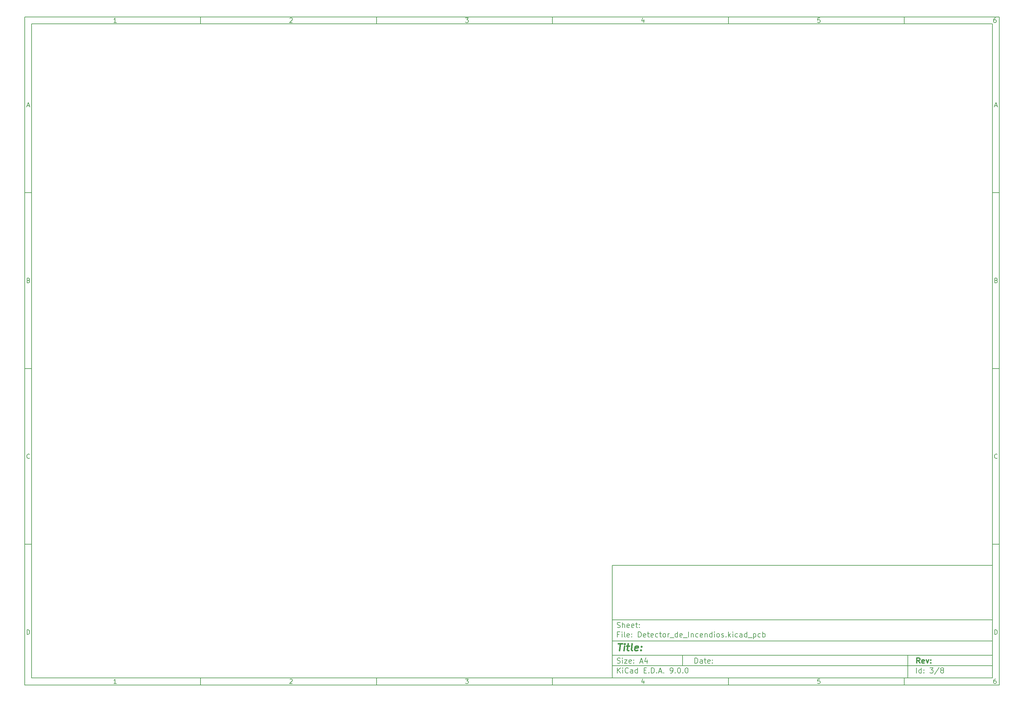
<source format=gbr>
%TF.GenerationSoftware,KiCad,Pcbnew,9.0.0*%
%TF.CreationDate,2025-02-27T14:05:11-05:00*%
%TF.ProjectId,Detector_de_Incendios,44657465-6374-46f7-925f-64655f496e63,rev?*%
%TF.SameCoordinates,Original*%
%TF.FileFunction,Paste,Bot*%
%TF.FilePolarity,Positive*%
%FSLAX46Y46*%
G04 Gerber Fmt 4.6, Leading zero omitted, Abs format (unit mm)*
G04 Created by KiCad (PCBNEW 9.0.0) date 2025-02-27 14:05:11*
%MOMM*%
%LPD*%
G01*
G04 APERTURE LIST*
%ADD10C,0.100000*%
%ADD11C,0.150000*%
%ADD12C,0.300000*%
%ADD13C,0.400000*%
G04 APERTURE END LIST*
D10*
D11*
X177002200Y-166007200D02*
X285002200Y-166007200D01*
X285002200Y-198007200D01*
X177002200Y-198007200D01*
X177002200Y-166007200D01*
D10*
D11*
X10000000Y-10000000D02*
X287002200Y-10000000D01*
X287002200Y-200007200D01*
X10000000Y-200007200D01*
X10000000Y-10000000D01*
D10*
D11*
X12000000Y-12000000D02*
X285002200Y-12000000D01*
X285002200Y-198007200D01*
X12000000Y-198007200D01*
X12000000Y-12000000D01*
D10*
D11*
X60000000Y-12000000D02*
X60000000Y-10000000D01*
D10*
D11*
X110000000Y-12000000D02*
X110000000Y-10000000D01*
D10*
D11*
X160000000Y-12000000D02*
X160000000Y-10000000D01*
D10*
D11*
X210000000Y-12000000D02*
X210000000Y-10000000D01*
D10*
D11*
X260000000Y-12000000D02*
X260000000Y-10000000D01*
D10*
D11*
X36089160Y-11593604D02*
X35346303Y-11593604D01*
X35717731Y-11593604D02*
X35717731Y-10293604D01*
X35717731Y-10293604D02*
X35593922Y-10479319D01*
X35593922Y-10479319D02*
X35470112Y-10603128D01*
X35470112Y-10603128D02*
X35346303Y-10665033D01*
D10*
D11*
X85346303Y-10417414D02*
X85408207Y-10355509D01*
X85408207Y-10355509D02*
X85532017Y-10293604D01*
X85532017Y-10293604D02*
X85841541Y-10293604D01*
X85841541Y-10293604D02*
X85965350Y-10355509D01*
X85965350Y-10355509D02*
X86027255Y-10417414D01*
X86027255Y-10417414D02*
X86089160Y-10541223D01*
X86089160Y-10541223D02*
X86089160Y-10665033D01*
X86089160Y-10665033D02*
X86027255Y-10850747D01*
X86027255Y-10850747D02*
X85284398Y-11593604D01*
X85284398Y-11593604D02*
X86089160Y-11593604D01*
D10*
D11*
X135284398Y-10293604D02*
X136089160Y-10293604D01*
X136089160Y-10293604D02*
X135655826Y-10788842D01*
X135655826Y-10788842D02*
X135841541Y-10788842D01*
X135841541Y-10788842D02*
X135965350Y-10850747D01*
X135965350Y-10850747D02*
X136027255Y-10912652D01*
X136027255Y-10912652D02*
X136089160Y-11036461D01*
X136089160Y-11036461D02*
X136089160Y-11345985D01*
X136089160Y-11345985D02*
X136027255Y-11469795D01*
X136027255Y-11469795D02*
X135965350Y-11531700D01*
X135965350Y-11531700D02*
X135841541Y-11593604D01*
X135841541Y-11593604D02*
X135470112Y-11593604D01*
X135470112Y-11593604D02*
X135346303Y-11531700D01*
X135346303Y-11531700D02*
X135284398Y-11469795D01*
D10*
D11*
X185965350Y-10726938D02*
X185965350Y-11593604D01*
X185655826Y-10231700D02*
X185346303Y-11160271D01*
X185346303Y-11160271D02*
X186151064Y-11160271D01*
D10*
D11*
X236027255Y-10293604D02*
X235408207Y-10293604D01*
X235408207Y-10293604D02*
X235346303Y-10912652D01*
X235346303Y-10912652D02*
X235408207Y-10850747D01*
X235408207Y-10850747D02*
X235532017Y-10788842D01*
X235532017Y-10788842D02*
X235841541Y-10788842D01*
X235841541Y-10788842D02*
X235965350Y-10850747D01*
X235965350Y-10850747D02*
X236027255Y-10912652D01*
X236027255Y-10912652D02*
X236089160Y-11036461D01*
X236089160Y-11036461D02*
X236089160Y-11345985D01*
X236089160Y-11345985D02*
X236027255Y-11469795D01*
X236027255Y-11469795D02*
X235965350Y-11531700D01*
X235965350Y-11531700D02*
X235841541Y-11593604D01*
X235841541Y-11593604D02*
X235532017Y-11593604D01*
X235532017Y-11593604D02*
X235408207Y-11531700D01*
X235408207Y-11531700D02*
X235346303Y-11469795D01*
D10*
D11*
X285965350Y-10293604D02*
X285717731Y-10293604D01*
X285717731Y-10293604D02*
X285593922Y-10355509D01*
X285593922Y-10355509D02*
X285532017Y-10417414D01*
X285532017Y-10417414D02*
X285408207Y-10603128D01*
X285408207Y-10603128D02*
X285346303Y-10850747D01*
X285346303Y-10850747D02*
X285346303Y-11345985D01*
X285346303Y-11345985D02*
X285408207Y-11469795D01*
X285408207Y-11469795D02*
X285470112Y-11531700D01*
X285470112Y-11531700D02*
X285593922Y-11593604D01*
X285593922Y-11593604D02*
X285841541Y-11593604D01*
X285841541Y-11593604D02*
X285965350Y-11531700D01*
X285965350Y-11531700D02*
X286027255Y-11469795D01*
X286027255Y-11469795D02*
X286089160Y-11345985D01*
X286089160Y-11345985D02*
X286089160Y-11036461D01*
X286089160Y-11036461D02*
X286027255Y-10912652D01*
X286027255Y-10912652D02*
X285965350Y-10850747D01*
X285965350Y-10850747D02*
X285841541Y-10788842D01*
X285841541Y-10788842D02*
X285593922Y-10788842D01*
X285593922Y-10788842D02*
X285470112Y-10850747D01*
X285470112Y-10850747D02*
X285408207Y-10912652D01*
X285408207Y-10912652D02*
X285346303Y-11036461D01*
D10*
D11*
X60000000Y-198007200D02*
X60000000Y-200007200D01*
D10*
D11*
X110000000Y-198007200D02*
X110000000Y-200007200D01*
D10*
D11*
X160000000Y-198007200D02*
X160000000Y-200007200D01*
D10*
D11*
X210000000Y-198007200D02*
X210000000Y-200007200D01*
D10*
D11*
X260000000Y-198007200D02*
X260000000Y-200007200D01*
D10*
D11*
X36089160Y-199600804D02*
X35346303Y-199600804D01*
X35717731Y-199600804D02*
X35717731Y-198300804D01*
X35717731Y-198300804D02*
X35593922Y-198486519D01*
X35593922Y-198486519D02*
X35470112Y-198610328D01*
X35470112Y-198610328D02*
X35346303Y-198672233D01*
D10*
D11*
X85346303Y-198424614D02*
X85408207Y-198362709D01*
X85408207Y-198362709D02*
X85532017Y-198300804D01*
X85532017Y-198300804D02*
X85841541Y-198300804D01*
X85841541Y-198300804D02*
X85965350Y-198362709D01*
X85965350Y-198362709D02*
X86027255Y-198424614D01*
X86027255Y-198424614D02*
X86089160Y-198548423D01*
X86089160Y-198548423D02*
X86089160Y-198672233D01*
X86089160Y-198672233D02*
X86027255Y-198857947D01*
X86027255Y-198857947D02*
X85284398Y-199600804D01*
X85284398Y-199600804D02*
X86089160Y-199600804D01*
D10*
D11*
X135284398Y-198300804D02*
X136089160Y-198300804D01*
X136089160Y-198300804D02*
X135655826Y-198796042D01*
X135655826Y-198796042D02*
X135841541Y-198796042D01*
X135841541Y-198796042D02*
X135965350Y-198857947D01*
X135965350Y-198857947D02*
X136027255Y-198919852D01*
X136027255Y-198919852D02*
X136089160Y-199043661D01*
X136089160Y-199043661D02*
X136089160Y-199353185D01*
X136089160Y-199353185D02*
X136027255Y-199476995D01*
X136027255Y-199476995D02*
X135965350Y-199538900D01*
X135965350Y-199538900D02*
X135841541Y-199600804D01*
X135841541Y-199600804D02*
X135470112Y-199600804D01*
X135470112Y-199600804D02*
X135346303Y-199538900D01*
X135346303Y-199538900D02*
X135284398Y-199476995D01*
D10*
D11*
X185965350Y-198734138D02*
X185965350Y-199600804D01*
X185655826Y-198238900D02*
X185346303Y-199167471D01*
X185346303Y-199167471D02*
X186151064Y-199167471D01*
D10*
D11*
X236027255Y-198300804D02*
X235408207Y-198300804D01*
X235408207Y-198300804D02*
X235346303Y-198919852D01*
X235346303Y-198919852D02*
X235408207Y-198857947D01*
X235408207Y-198857947D02*
X235532017Y-198796042D01*
X235532017Y-198796042D02*
X235841541Y-198796042D01*
X235841541Y-198796042D02*
X235965350Y-198857947D01*
X235965350Y-198857947D02*
X236027255Y-198919852D01*
X236027255Y-198919852D02*
X236089160Y-199043661D01*
X236089160Y-199043661D02*
X236089160Y-199353185D01*
X236089160Y-199353185D02*
X236027255Y-199476995D01*
X236027255Y-199476995D02*
X235965350Y-199538900D01*
X235965350Y-199538900D02*
X235841541Y-199600804D01*
X235841541Y-199600804D02*
X235532017Y-199600804D01*
X235532017Y-199600804D02*
X235408207Y-199538900D01*
X235408207Y-199538900D02*
X235346303Y-199476995D01*
D10*
D11*
X285965350Y-198300804D02*
X285717731Y-198300804D01*
X285717731Y-198300804D02*
X285593922Y-198362709D01*
X285593922Y-198362709D02*
X285532017Y-198424614D01*
X285532017Y-198424614D02*
X285408207Y-198610328D01*
X285408207Y-198610328D02*
X285346303Y-198857947D01*
X285346303Y-198857947D02*
X285346303Y-199353185D01*
X285346303Y-199353185D02*
X285408207Y-199476995D01*
X285408207Y-199476995D02*
X285470112Y-199538900D01*
X285470112Y-199538900D02*
X285593922Y-199600804D01*
X285593922Y-199600804D02*
X285841541Y-199600804D01*
X285841541Y-199600804D02*
X285965350Y-199538900D01*
X285965350Y-199538900D02*
X286027255Y-199476995D01*
X286027255Y-199476995D02*
X286089160Y-199353185D01*
X286089160Y-199353185D02*
X286089160Y-199043661D01*
X286089160Y-199043661D02*
X286027255Y-198919852D01*
X286027255Y-198919852D02*
X285965350Y-198857947D01*
X285965350Y-198857947D02*
X285841541Y-198796042D01*
X285841541Y-198796042D02*
X285593922Y-198796042D01*
X285593922Y-198796042D02*
X285470112Y-198857947D01*
X285470112Y-198857947D02*
X285408207Y-198919852D01*
X285408207Y-198919852D02*
X285346303Y-199043661D01*
D10*
D11*
X10000000Y-60000000D02*
X12000000Y-60000000D01*
D10*
D11*
X10000000Y-110000000D02*
X12000000Y-110000000D01*
D10*
D11*
X10000000Y-160000000D02*
X12000000Y-160000000D01*
D10*
D11*
X10690476Y-35222176D02*
X11309523Y-35222176D01*
X10566666Y-35593604D02*
X10999999Y-34293604D01*
X10999999Y-34293604D02*
X11433333Y-35593604D01*
D10*
D11*
X11092857Y-84912652D02*
X11278571Y-84974557D01*
X11278571Y-84974557D02*
X11340476Y-85036461D01*
X11340476Y-85036461D02*
X11402380Y-85160271D01*
X11402380Y-85160271D02*
X11402380Y-85345985D01*
X11402380Y-85345985D02*
X11340476Y-85469795D01*
X11340476Y-85469795D02*
X11278571Y-85531700D01*
X11278571Y-85531700D02*
X11154761Y-85593604D01*
X11154761Y-85593604D02*
X10659523Y-85593604D01*
X10659523Y-85593604D02*
X10659523Y-84293604D01*
X10659523Y-84293604D02*
X11092857Y-84293604D01*
X11092857Y-84293604D02*
X11216666Y-84355509D01*
X11216666Y-84355509D02*
X11278571Y-84417414D01*
X11278571Y-84417414D02*
X11340476Y-84541223D01*
X11340476Y-84541223D02*
X11340476Y-84665033D01*
X11340476Y-84665033D02*
X11278571Y-84788842D01*
X11278571Y-84788842D02*
X11216666Y-84850747D01*
X11216666Y-84850747D02*
X11092857Y-84912652D01*
X11092857Y-84912652D02*
X10659523Y-84912652D01*
D10*
D11*
X11402380Y-135469795D02*
X11340476Y-135531700D01*
X11340476Y-135531700D02*
X11154761Y-135593604D01*
X11154761Y-135593604D02*
X11030952Y-135593604D01*
X11030952Y-135593604D02*
X10845238Y-135531700D01*
X10845238Y-135531700D02*
X10721428Y-135407890D01*
X10721428Y-135407890D02*
X10659523Y-135284080D01*
X10659523Y-135284080D02*
X10597619Y-135036461D01*
X10597619Y-135036461D02*
X10597619Y-134850747D01*
X10597619Y-134850747D02*
X10659523Y-134603128D01*
X10659523Y-134603128D02*
X10721428Y-134479319D01*
X10721428Y-134479319D02*
X10845238Y-134355509D01*
X10845238Y-134355509D02*
X11030952Y-134293604D01*
X11030952Y-134293604D02*
X11154761Y-134293604D01*
X11154761Y-134293604D02*
X11340476Y-134355509D01*
X11340476Y-134355509D02*
X11402380Y-134417414D01*
D10*
D11*
X10659523Y-185593604D02*
X10659523Y-184293604D01*
X10659523Y-184293604D02*
X10969047Y-184293604D01*
X10969047Y-184293604D02*
X11154761Y-184355509D01*
X11154761Y-184355509D02*
X11278571Y-184479319D01*
X11278571Y-184479319D02*
X11340476Y-184603128D01*
X11340476Y-184603128D02*
X11402380Y-184850747D01*
X11402380Y-184850747D02*
X11402380Y-185036461D01*
X11402380Y-185036461D02*
X11340476Y-185284080D01*
X11340476Y-185284080D02*
X11278571Y-185407890D01*
X11278571Y-185407890D02*
X11154761Y-185531700D01*
X11154761Y-185531700D02*
X10969047Y-185593604D01*
X10969047Y-185593604D02*
X10659523Y-185593604D01*
D10*
D11*
X287002200Y-60000000D02*
X285002200Y-60000000D01*
D10*
D11*
X287002200Y-110000000D02*
X285002200Y-110000000D01*
D10*
D11*
X287002200Y-160000000D02*
X285002200Y-160000000D01*
D10*
D11*
X285692676Y-35222176D02*
X286311723Y-35222176D01*
X285568866Y-35593604D02*
X286002199Y-34293604D01*
X286002199Y-34293604D02*
X286435533Y-35593604D01*
D10*
D11*
X286095057Y-84912652D02*
X286280771Y-84974557D01*
X286280771Y-84974557D02*
X286342676Y-85036461D01*
X286342676Y-85036461D02*
X286404580Y-85160271D01*
X286404580Y-85160271D02*
X286404580Y-85345985D01*
X286404580Y-85345985D02*
X286342676Y-85469795D01*
X286342676Y-85469795D02*
X286280771Y-85531700D01*
X286280771Y-85531700D02*
X286156961Y-85593604D01*
X286156961Y-85593604D02*
X285661723Y-85593604D01*
X285661723Y-85593604D02*
X285661723Y-84293604D01*
X285661723Y-84293604D02*
X286095057Y-84293604D01*
X286095057Y-84293604D02*
X286218866Y-84355509D01*
X286218866Y-84355509D02*
X286280771Y-84417414D01*
X286280771Y-84417414D02*
X286342676Y-84541223D01*
X286342676Y-84541223D02*
X286342676Y-84665033D01*
X286342676Y-84665033D02*
X286280771Y-84788842D01*
X286280771Y-84788842D02*
X286218866Y-84850747D01*
X286218866Y-84850747D02*
X286095057Y-84912652D01*
X286095057Y-84912652D02*
X285661723Y-84912652D01*
D10*
D11*
X286404580Y-135469795D02*
X286342676Y-135531700D01*
X286342676Y-135531700D02*
X286156961Y-135593604D01*
X286156961Y-135593604D02*
X286033152Y-135593604D01*
X286033152Y-135593604D02*
X285847438Y-135531700D01*
X285847438Y-135531700D02*
X285723628Y-135407890D01*
X285723628Y-135407890D02*
X285661723Y-135284080D01*
X285661723Y-135284080D02*
X285599819Y-135036461D01*
X285599819Y-135036461D02*
X285599819Y-134850747D01*
X285599819Y-134850747D02*
X285661723Y-134603128D01*
X285661723Y-134603128D02*
X285723628Y-134479319D01*
X285723628Y-134479319D02*
X285847438Y-134355509D01*
X285847438Y-134355509D02*
X286033152Y-134293604D01*
X286033152Y-134293604D02*
X286156961Y-134293604D01*
X286156961Y-134293604D02*
X286342676Y-134355509D01*
X286342676Y-134355509D02*
X286404580Y-134417414D01*
D10*
D11*
X285661723Y-185593604D02*
X285661723Y-184293604D01*
X285661723Y-184293604D02*
X285971247Y-184293604D01*
X285971247Y-184293604D02*
X286156961Y-184355509D01*
X286156961Y-184355509D02*
X286280771Y-184479319D01*
X286280771Y-184479319D02*
X286342676Y-184603128D01*
X286342676Y-184603128D02*
X286404580Y-184850747D01*
X286404580Y-184850747D02*
X286404580Y-185036461D01*
X286404580Y-185036461D02*
X286342676Y-185284080D01*
X286342676Y-185284080D02*
X286280771Y-185407890D01*
X286280771Y-185407890D02*
X286156961Y-185531700D01*
X286156961Y-185531700D02*
X285971247Y-185593604D01*
X285971247Y-185593604D02*
X285661723Y-185593604D01*
D10*
D11*
X200458026Y-193793328D02*
X200458026Y-192293328D01*
X200458026Y-192293328D02*
X200815169Y-192293328D01*
X200815169Y-192293328D02*
X201029455Y-192364757D01*
X201029455Y-192364757D02*
X201172312Y-192507614D01*
X201172312Y-192507614D02*
X201243741Y-192650471D01*
X201243741Y-192650471D02*
X201315169Y-192936185D01*
X201315169Y-192936185D02*
X201315169Y-193150471D01*
X201315169Y-193150471D02*
X201243741Y-193436185D01*
X201243741Y-193436185D02*
X201172312Y-193579042D01*
X201172312Y-193579042D02*
X201029455Y-193721900D01*
X201029455Y-193721900D02*
X200815169Y-193793328D01*
X200815169Y-193793328D02*
X200458026Y-193793328D01*
X202600884Y-193793328D02*
X202600884Y-193007614D01*
X202600884Y-193007614D02*
X202529455Y-192864757D01*
X202529455Y-192864757D02*
X202386598Y-192793328D01*
X202386598Y-192793328D02*
X202100884Y-192793328D01*
X202100884Y-192793328D02*
X201958026Y-192864757D01*
X202600884Y-193721900D02*
X202458026Y-193793328D01*
X202458026Y-193793328D02*
X202100884Y-193793328D01*
X202100884Y-193793328D02*
X201958026Y-193721900D01*
X201958026Y-193721900D02*
X201886598Y-193579042D01*
X201886598Y-193579042D02*
X201886598Y-193436185D01*
X201886598Y-193436185D02*
X201958026Y-193293328D01*
X201958026Y-193293328D02*
X202100884Y-193221900D01*
X202100884Y-193221900D02*
X202458026Y-193221900D01*
X202458026Y-193221900D02*
X202600884Y-193150471D01*
X203100884Y-192793328D02*
X203672312Y-192793328D01*
X203315169Y-192293328D02*
X203315169Y-193579042D01*
X203315169Y-193579042D02*
X203386598Y-193721900D01*
X203386598Y-193721900D02*
X203529455Y-193793328D01*
X203529455Y-193793328D02*
X203672312Y-193793328D01*
X204743741Y-193721900D02*
X204600884Y-193793328D01*
X204600884Y-193793328D02*
X204315170Y-193793328D01*
X204315170Y-193793328D02*
X204172312Y-193721900D01*
X204172312Y-193721900D02*
X204100884Y-193579042D01*
X204100884Y-193579042D02*
X204100884Y-193007614D01*
X204100884Y-193007614D02*
X204172312Y-192864757D01*
X204172312Y-192864757D02*
X204315170Y-192793328D01*
X204315170Y-192793328D02*
X204600884Y-192793328D01*
X204600884Y-192793328D02*
X204743741Y-192864757D01*
X204743741Y-192864757D02*
X204815170Y-193007614D01*
X204815170Y-193007614D02*
X204815170Y-193150471D01*
X204815170Y-193150471D02*
X204100884Y-193293328D01*
X205458026Y-193650471D02*
X205529455Y-193721900D01*
X205529455Y-193721900D02*
X205458026Y-193793328D01*
X205458026Y-193793328D02*
X205386598Y-193721900D01*
X205386598Y-193721900D02*
X205458026Y-193650471D01*
X205458026Y-193650471D02*
X205458026Y-193793328D01*
X205458026Y-192864757D02*
X205529455Y-192936185D01*
X205529455Y-192936185D02*
X205458026Y-193007614D01*
X205458026Y-193007614D02*
X205386598Y-192936185D01*
X205386598Y-192936185D02*
X205458026Y-192864757D01*
X205458026Y-192864757D02*
X205458026Y-193007614D01*
D10*
D11*
X177002200Y-194507200D02*
X285002200Y-194507200D01*
D10*
D11*
X178458026Y-196593328D02*
X178458026Y-195093328D01*
X179315169Y-196593328D02*
X178672312Y-195736185D01*
X179315169Y-195093328D02*
X178458026Y-195950471D01*
X179958026Y-196593328D02*
X179958026Y-195593328D01*
X179958026Y-195093328D02*
X179886598Y-195164757D01*
X179886598Y-195164757D02*
X179958026Y-195236185D01*
X179958026Y-195236185D02*
X180029455Y-195164757D01*
X180029455Y-195164757D02*
X179958026Y-195093328D01*
X179958026Y-195093328D02*
X179958026Y-195236185D01*
X181529455Y-196450471D02*
X181458027Y-196521900D01*
X181458027Y-196521900D02*
X181243741Y-196593328D01*
X181243741Y-196593328D02*
X181100884Y-196593328D01*
X181100884Y-196593328D02*
X180886598Y-196521900D01*
X180886598Y-196521900D02*
X180743741Y-196379042D01*
X180743741Y-196379042D02*
X180672312Y-196236185D01*
X180672312Y-196236185D02*
X180600884Y-195950471D01*
X180600884Y-195950471D02*
X180600884Y-195736185D01*
X180600884Y-195736185D02*
X180672312Y-195450471D01*
X180672312Y-195450471D02*
X180743741Y-195307614D01*
X180743741Y-195307614D02*
X180886598Y-195164757D01*
X180886598Y-195164757D02*
X181100884Y-195093328D01*
X181100884Y-195093328D02*
X181243741Y-195093328D01*
X181243741Y-195093328D02*
X181458027Y-195164757D01*
X181458027Y-195164757D02*
X181529455Y-195236185D01*
X182815170Y-196593328D02*
X182815170Y-195807614D01*
X182815170Y-195807614D02*
X182743741Y-195664757D01*
X182743741Y-195664757D02*
X182600884Y-195593328D01*
X182600884Y-195593328D02*
X182315170Y-195593328D01*
X182315170Y-195593328D02*
X182172312Y-195664757D01*
X182815170Y-196521900D02*
X182672312Y-196593328D01*
X182672312Y-196593328D02*
X182315170Y-196593328D01*
X182315170Y-196593328D02*
X182172312Y-196521900D01*
X182172312Y-196521900D02*
X182100884Y-196379042D01*
X182100884Y-196379042D02*
X182100884Y-196236185D01*
X182100884Y-196236185D02*
X182172312Y-196093328D01*
X182172312Y-196093328D02*
X182315170Y-196021900D01*
X182315170Y-196021900D02*
X182672312Y-196021900D01*
X182672312Y-196021900D02*
X182815170Y-195950471D01*
X184172313Y-196593328D02*
X184172313Y-195093328D01*
X184172313Y-196521900D02*
X184029455Y-196593328D01*
X184029455Y-196593328D02*
X183743741Y-196593328D01*
X183743741Y-196593328D02*
X183600884Y-196521900D01*
X183600884Y-196521900D02*
X183529455Y-196450471D01*
X183529455Y-196450471D02*
X183458027Y-196307614D01*
X183458027Y-196307614D02*
X183458027Y-195879042D01*
X183458027Y-195879042D02*
X183529455Y-195736185D01*
X183529455Y-195736185D02*
X183600884Y-195664757D01*
X183600884Y-195664757D02*
X183743741Y-195593328D01*
X183743741Y-195593328D02*
X184029455Y-195593328D01*
X184029455Y-195593328D02*
X184172313Y-195664757D01*
X186029455Y-195807614D02*
X186529455Y-195807614D01*
X186743741Y-196593328D02*
X186029455Y-196593328D01*
X186029455Y-196593328D02*
X186029455Y-195093328D01*
X186029455Y-195093328D02*
X186743741Y-195093328D01*
X187386598Y-196450471D02*
X187458027Y-196521900D01*
X187458027Y-196521900D02*
X187386598Y-196593328D01*
X187386598Y-196593328D02*
X187315170Y-196521900D01*
X187315170Y-196521900D02*
X187386598Y-196450471D01*
X187386598Y-196450471D02*
X187386598Y-196593328D01*
X188100884Y-196593328D02*
X188100884Y-195093328D01*
X188100884Y-195093328D02*
X188458027Y-195093328D01*
X188458027Y-195093328D02*
X188672313Y-195164757D01*
X188672313Y-195164757D02*
X188815170Y-195307614D01*
X188815170Y-195307614D02*
X188886599Y-195450471D01*
X188886599Y-195450471D02*
X188958027Y-195736185D01*
X188958027Y-195736185D02*
X188958027Y-195950471D01*
X188958027Y-195950471D02*
X188886599Y-196236185D01*
X188886599Y-196236185D02*
X188815170Y-196379042D01*
X188815170Y-196379042D02*
X188672313Y-196521900D01*
X188672313Y-196521900D02*
X188458027Y-196593328D01*
X188458027Y-196593328D02*
X188100884Y-196593328D01*
X189600884Y-196450471D02*
X189672313Y-196521900D01*
X189672313Y-196521900D02*
X189600884Y-196593328D01*
X189600884Y-196593328D02*
X189529456Y-196521900D01*
X189529456Y-196521900D02*
X189600884Y-196450471D01*
X189600884Y-196450471D02*
X189600884Y-196593328D01*
X190243742Y-196164757D02*
X190958028Y-196164757D01*
X190100885Y-196593328D02*
X190600885Y-195093328D01*
X190600885Y-195093328D02*
X191100885Y-196593328D01*
X191600884Y-196450471D02*
X191672313Y-196521900D01*
X191672313Y-196521900D02*
X191600884Y-196593328D01*
X191600884Y-196593328D02*
X191529456Y-196521900D01*
X191529456Y-196521900D02*
X191600884Y-196450471D01*
X191600884Y-196450471D02*
X191600884Y-196593328D01*
X193529456Y-196593328D02*
X193815170Y-196593328D01*
X193815170Y-196593328D02*
X193958027Y-196521900D01*
X193958027Y-196521900D02*
X194029456Y-196450471D01*
X194029456Y-196450471D02*
X194172313Y-196236185D01*
X194172313Y-196236185D02*
X194243742Y-195950471D01*
X194243742Y-195950471D02*
X194243742Y-195379042D01*
X194243742Y-195379042D02*
X194172313Y-195236185D01*
X194172313Y-195236185D02*
X194100885Y-195164757D01*
X194100885Y-195164757D02*
X193958027Y-195093328D01*
X193958027Y-195093328D02*
X193672313Y-195093328D01*
X193672313Y-195093328D02*
X193529456Y-195164757D01*
X193529456Y-195164757D02*
X193458027Y-195236185D01*
X193458027Y-195236185D02*
X193386599Y-195379042D01*
X193386599Y-195379042D02*
X193386599Y-195736185D01*
X193386599Y-195736185D02*
X193458027Y-195879042D01*
X193458027Y-195879042D02*
X193529456Y-195950471D01*
X193529456Y-195950471D02*
X193672313Y-196021900D01*
X193672313Y-196021900D02*
X193958027Y-196021900D01*
X193958027Y-196021900D02*
X194100885Y-195950471D01*
X194100885Y-195950471D02*
X194172313Y-195879042D01*
X194172313Y-195879042D02*
X194243742Y-195736185D01*
X194886598Y-196450471D02*
X194958027Y-196521900D01*
X194958027Y-196521900D02*
X194886598Y-196593328D01*
X194886598Y-196593328D02*
X194815170Y-196521900D01*
X194815170Y-196521900D02*
X194886598Y-196450471D01*
X194886598Y-196450471D02*
X194886598Y-196593328D01*
X195886599Y-195093328D02*
X196029456Y-195093328D01*
X196029456Y-195093328D02*
X196172313Y-195164757D01*
X196172313Y-195164757D02*
X196243742Y-195236185D01*
X196243742Y-195236185D02*
X196315170Y-195379042D01*
X196315170Y-195379042D02*
X196386599Y-195664757D01*
X196386599Y-195664757D02*
X196386599Y-196021900D01*
X196386599Y-196021900D02*
X196315170Y-196307614D01*
X196315170Y-196307614D02*
X196243742Y-196450471D01*
X196243742Y-196450471D02*
X196172313Y-196521900D01*
X196172313Y-196521900D02*
X196029456Y-196593328D01*
X196029456Y-196593328D02*
X195886599Y-196593328D01*
X195886599Y-196593328D02*
X195743742Y-196521900D01*
X195743742Y-196521900D02*
X195672313Y-196450471D01*
X195672313Y-196450471D02*
X195600884Y-196307614D01*
X195600884Y-196307614D02*
X195529456Y-196021900D01*
X195529456Y-196021900D02*
X195529456Y-195664757D01*
X195529456Y-195664757D02*
X195600884Y-195379042D01*
X195600884Y-195379042D02*
X195672313Y-195236185D01*
X195672313Y-195236185D02*
X195743742Y-195164757D01*
X195743742Y-195164757D02*
X195886599Y-195093328D01*
X197029455Y-196450471D02*
X197100884Y-196521900D01*
X197100884Y-196521900D02*
X197029455Y-196593328D01*
X197029455Y-196593328D02*
X196958027Y-196521900D01*
X196958027Y-196521900D02*
X197029455Y-196450471D01*
X197029455Y-196450471D02*
X197029455Y-196593328D01*
X198029456Y-195093328D02*
X198172313Y-195093328D01*
X198172313Y-195093328D02*
X198315170Y-195164757D01*
X198315170Y-195164757D02*
X198386599Y-195236185D01*
X198386599Y-195236185D02*
X198458027Y-195379042D01*
X198458027Y-195379042D02*
X198529456Y-195664757D01*
X198529456Y-195664757D02*
X198529456Y-196021900D01*
X198529456Y-196021900D02*
X198458027Y-196307614D01*
X198458027Y-196307614D02*
X198386599Y-196450471D01*
X198386599Y-196450471D02*
X198315170Y-196521900D01*
X198315170Y-196521900D02*
X198172313Y-196593328D01*
X198172313Y-196593328D02*
X198029456Y-196593328D01*
X198029456Y-196593328D02*
X197886599Y-196521900D01*
X197886599Y-196521900D02*
X197815170Y-196450471D01*
X197815170Y-196450471D02*
X197743741Y-196307614D01*
X197743741Y-196307614D02*
X197672313Y-196021900D01*
X197672313Y-196021900D02*
X197672313Y-195664757D01*
X197672313Y-195664757D02*
X197743741Y-195379042D01*
X197743741Y-195379042D02*
X197815170Y-195236185D01*
X197815170Y-195236185D02*
X197886599Y-195164757D01*
X197886599Y-195164757D02*
X198029456Y-195093328D01*
D10*
D11*
X177002200Y-191507200D02*
X285002200Y-191507200D01*
D10*
D12*
X264413853Y-193785528D02*
X263913853Y-193071242D01*
X263556710Y-193785528D02*
X263556710Y-192285528D01*
X263556710Y-192285528D02*
X264128139Y-192285528D01*
X264128139Y-192285528D02*
X264270996Y-192356957D01*
X264270996Y-192356957D02*
X264342425Y-192428385D01*
X264342425Y-192428385D02*
X264413853Y-192571242D01*
X264413853Y-192571242D02*
X264413853Y-192785528D01*
X264413853Y-192785528D02*
X264342425Y-192928385D01*
X264342425Y-192928385D02*
X264270996Y-192999814D01*
X264270996Y-192999814D02*
X264128139Y-193071242D01*
X264128139Y-193071242D02*
X263556710Y-193071242D01*
X265628139Y-193714100D02*
X265485282Y-193785528D01*
X265485282Y-193785528D02*
X265199568Y-193785528D01*
X265199568Y-193785528D02*
X265056710Y-193714100D01*
X265056710Y-193714100D02*
X264985282Y-193571242D01*
X264985282Y-193571242D02*
X264985282Y-192999814D01*
X264985282Y-192999814D02*
X265056710Y-192856957D01*
X265056710Y-192856957D02*
X265199568Y-192785528D01*
X265199568Y-192785528D02*
X265485282Y-192785528D01*
X265485282Y-192785528D02*
X265628139Y-192856957D01*
X265628139Y-192856957D02*
X265699568Y-192999814D01*
X265699568Y-192999814D02*
X265699568Y-193142671D01*
X265699568Y-193142671D02*
X264985282Y-193285528D01*
X266199567Y-192785528D02*
X266556710Y-193785528D01*
X266556710Y-193785528D02*
X266913853Y-192785528D01*
X267485281Y-193642671D02*
X267556710Y-193714100D01*
X267556710Y-193714100D02*
X267485281Y-193785528D01*
X267485281Y-193785528D02*
X267413853Y-193714100D01*
X267413853Y-193714100D02*
X267485281Y-193642671D01*
X267485281Y-193642671D02*
X267485281Y-193785528D01*
X267485281Y-192856957D02*
X267556710Y-192928385D01*
X267556710Y-192928385D02*
X267485281Y-192999814D01*
X267485281Y-192999814D02*
X267413853Y-192928385D01*
X267413853Y-192928385D02*
X267485281Y-192856957D01*
X267485281Y-192856957D02*
X267485281Y-192999814D01*
D10*
D11*
X178386598Y-193721900D02*
X178600884Y-193793328D01*
X178600884Y-193793328D02*
X178958026Y-193793328D01*
X178958026Y-193793328D02*
X179100884Y-193721900D01*
X179100884Y-193721900D02*
X179172312Y-193650471D01*
X179172312Y-193650471D02*
X179243741Y-193507614D01*
X179243741Y-193507614D02*
X179243741Y-193364757D01*
X179243741Y-193364757D02*
X179172312Y-193221900D01*
X179172312Y-193221900D02*
X179100884Y-193150471D01*
X179100884Y-193150471D02*
X178958026Y-193079042D01*
X178958026Y-193079042D02*
X178672312Y-193007614D01*
X178672312Y-193007614D02*
X178529455Y-192936185D01*
X178529455Y-192936185D02*
X178458026Y-192864757D01*
X178458026Y-192864757D02*
X178386598Y-192721900D01*
X178386598Y-192721900D02*
X178386598Y-192579042D01*
X178386598Y-192579042D02*
X178458026Y-192436185D01*
X178458026Y-192436185D02*
X178529455Y-192364757D01*
X178529455Y-192364757D02*
X178672312Y-192293328D01*
X178672312Y-192293328D02*
X179029455Y-192293328D01*
X179029455Y-192293328D02*
X179243741Y-192364757D01*
X179886597Y-193793328D02*
X179886597Y-192793328D01*
X179886597Y-192293328D02*
X179815169Y-192364757D01*
X179815169Y-192364757D02*
X179886597Y-192436185D01*
X179886597Y-192436185D02*
X179958026Y-192364757D01*
X179958026Y-192364757D02*
X179886597Y-192293328D01*
X179886597Y-192293328D02*
X179886597Y-192436185D01*
X180458026Y-192793328D02*
X181243741Y-192793328D01*
X181243741Y-192793328D02*
X180458026Y-193793328D01*
X180458026Y-193793328D02*
X181243741Y-193793328D01*
X182386598Y-193721900D02*
X182243741Y-193793328D01*
X182243741Y-193793328D02*
X181958027Y-193793328D01*
X181958027Y-193793328D02*
X181815169Y-193721900D01*
X181815169Y-193721900D02*
X181743741Y-193579042D01*
X181743741Y-193579042D02*
X181743741Y-193007614D01*
X181743741Y-193007614D02*
X181815169Y-192864757D01*
X181815169Y-192864757D02*
X181958027Y-192793328D01*
X181958027Y-192793328D02*
X182243741Y-192793328D01*
X182243741Y-192793328D02*
X182386598Y-192864757D01*
X182386598Y-192864757D02*
X182458027Y-193007614D01*
X182458027Y-193007614D02*
X182458027Y-193150471D01*
X182458027Y-193150471D02*
X181743741Y-193293328D01*
X183100883Y-193650471D02*
X183172312Y-193721900D01*
X183172312Y-193721900D02*
X183100883Y-193793328D01*
X183100883Y-193793328D02*
X183029455Y-193721900D01*
X183029455Y-193721900D02*
X183100883Y-193650471D01*
X183100883Y-193650471D02*
X183100883Y-193793328D01*
X183100883Y-192864757D02*
X183172312Y-192936185D01*
X183172312Y-192936185D02*
X183100883Y-193007614D01*
X183100883Y-193007614D02*
X183029455Y-192936185D01*
X183029455Y-192936185D02*
X183100883Y-192864757D01*
X183100883Y-192864757D02*
X183100883Y-193007614D01*
X184886598Y-193364757D02*
X185600884Y-193364757D01*
X184743741Y-193793328D02*
X185243741Y-192293328D01*
X185243741Y-192293328D02*
X185743741Y-193793328D01*
X186886598Y-192793328D02*
X186886598Y-193793328D01*
X186529455Y-192221900D02*
X186172312Y-193293328D01*
X186172312Y-193293328D02*
X187100883Y-193293328D01*
D10*
D11*
X263458026Y-196593328D02*
X263458026Y-195093328D01*
X264815170Y-196593328D02*
X264815170Y-195093328D01*
X264815170Y-196521900D02*
X264672312Y-196593328D01*
X264672312Y-196593328D02*
X264386598Y-196593328D01*
X264386598Y-196593328D02*
X264243741Y-196521900D01*
X264243741Y-196521900D02*
X264172312Y-196450471D01*
X264172312Y-196450471D02*
X264100884Y-196307614D01*
X264100884Y-196307614D02*
X264100884Y-195879042D01*
X264100884Y-195879042D02*
X264172312Y-195736185D01*
X264172312Y-195736185D02*
X264243741Y-195664757D01*
X264243741Y-195664757D02*
X264386598Y-195593328D01*
X264386598Y-195593328D02*
X264672312Y-195593328D01*
X264672312Y-195593328D02*
X264815170Y-195664757D01*
X265529455Y-196450471D02*
X265600884Y-196521900D01*
X265600884Y-196521900D02*
X265529455Y-196593328D01*
X265529455Y-196593328D02*
X265458027Y-196521900D01*
X265458027Y-196521900D02*
X265529455Y-196450471D01*
X265529455Y-196450471D02*
X265529455Y-196593328D01*
X265529455Y-195664757D02*
X265600884Y-195736185D01*
X265600884Y-195736185D02*
X265529455Y-195807614D01*
X265529455Y-195807614D02*
X265458027Y-195736185D01*
X265458027Y-195736185D02*
X265529455Y-195664757D01*
X265529455Y-195664757D02*
X265529455Y-195807614D01*
X267243741Y-195093328D02*
X268172313Y-195093328D01*
X268172313Y-195093328D02*
X267672313Y-195664757D01*
X267672313Y-195664757D02*
X267886598Y-195664757D01*
X267886598Y-195664757D02*
X268029456Y-195736185D01*
X268029456Y-195736185D02*
X268100884Y-195807614D01*
X268100884Y-195807614D02*
X268172313Y-195950471D01*
X268172313Y-195950471D02*
X268172313Y-196307614D01*
X268172313Y-196307614D02*
X268100884Y-196450471D01*
X268100884Y-196450471D02*
X268029456Y-196521900D01*
X268029456Y-196521900D02*
X267886598Y-196593328D01*
X267886598Y-196593328D02*
X267458027Y-196593328D01*
X267458027Y-196593328D02*
X267315170Y-196521900D01*
X267315170Y-196521900D02*
X267243741Y-196450471D01*
X269886598Y-195021900D02*
X268600884Y-196950471D01*
X270600884Y-195736185D02*
X270458027Y-195664757D01*
X270458027Y-195664757D02*
X270386598Y-195593328D01*
X270386598Y-195593328D02*
X270315170Y-195450471D01*
X270315170Y-195450471D02*
X270315170Y-195379042D01*
X270315170Y-195379042D02*
X270386598Y-195236185D01*
X270386598Y-195236185D02*
X270458027Y-195164757D01*
X270458027Y-195164757D02*
X270600884Y-195093328D01*
X270600884Y-195093328D02*
X270886598Y-195093328D01*
X270886598Y-195093328D02*
X271029456Y-195164757D01*
X271029456Y-195164757D02*
X271100884Y-195236185D01*
X271100884Y-195236185D02*
X271172313Y-195379042D01*
X271172313Y-195379042D02*
X271172313Y-195450471D01*
X271172313Y-195450471D02*
X271100884Y-195593328D01*
X271100884Y-195593328D02*
X271029456Y-195664757D01*
X271029456Y-195664757D02*
X270886598Y-195736185D01*
X270886598Y-195736185D02*
X270600884Y-195736185D01*
X270600884Y-195736185D02*
X270458027Y-195807614D01*
X270458027Y-195807614D02*
X270386598Y-195879042D01*
X270386598Y-195879042D02*
X270315170Y-196021900D01*
X270315170Y-196021900D02*
X270315170Y-196307614D01*
X270315170Y-196307614D02*
X270386598Y-196450471D01*
X270386598Y-196450471D02*
X270458027Y-196521900D01*
X270458027Y-196521900D02*
X270600884Y-196593328D01*
X270600884Y-196593328D02*
X270886598Y-196593328D01*
X270886598Y-196593328D02*
X271029456Y-196521900D01*
X271029456Y-196521900D02*
X271100884Y-196450471D01*
X271100884Y-196450471D02*
X271172313Y-196307614D01*
X271172313Y-196307614D02*
X271172313Y-196021900D01*
X271172313Y-196021900D02*
X271100884Y-195879042D01*
X271100884Y-195879042D02*
X271029456Y-195807614D01*
X271029456Y-195807614D02*
X270886598Y-195736185D01*
D10*
D11*
X177002200Y-187507200D02*
X285002200Y-187507200D01*
D10*
D13*
X178693928Y-188211638D02*
X179836785Y-188211638D01*
X179015357Y-190211638D02*
X179265357Y-188211638D01*
X180253452Y-190211638D02*
X180420119Y-188878304D01*
X180503452Y-188211638D02*
X180396309Y-188306876D01*
X180396309Y-188306876D02*
X180479643Y-188402114D01*
X180479643Y-188402114D02*
X180586786Y-188306876D01*
X180586786Y-188306876D02*
X180503452Y-188211638D01*
X180503452Y-188211638D02*
X180479643Y-188402114D01*
X181086786Y-188878304D02*
X181848690Y-188878304D01*
X181455833Y-188211638D02*
X181241548Y-189925923D01*
X181241548Y-189925923D02*
X181312976Y-190116400D01*
X181312976Y-190116400D02*
X181491548Y-190211638D01*
X181491548Y-190211638D02*
X181682024Y-190211638D01*
X182634405Y-190211638D02*
X182455833Y-190116400D01*
X182455833Y-190116400D02*
X182384405Y-189925923D01*
X182384405Y-189925923D02*
X182598690Y-188211638D01*
X184170119Y-190116400D02*
X183967738Y-190211638D01*
X183967738Y-190211638D02*
X183586785Y-190211638D01*
X183586785Y-190211638D02*
X183408214Y-190116400D01*
X183408214Y-190116400D02*
X183336785Y-189925923D01*
X183336785Y-189925923D02*
X183432024Y-189164019D01*
X183432024Y-189164019D02*
X183551071Y-188973542D01*
X183551071Y-188973542D02*
X183753452Y-188878304D01*
X183753452Y-188878304D02*
X184134404Y-188878304D01*
X184134404Y-188878304D02*
X184312976Y-188973542D01*
X184312976Y-188973542D02*
X184384404Y-189164019D01*
X184384404Y-189164019D02*
X184360595Y-189354495D01*
X184360595Y-189354495D02*
X183384404Y-189544971D01*
X185134405Y-190021161D02*
X185217738Y-190116400D01*
X185217738Y-190116400D02*
X185110595Y-190211638D01*
X185110595Y-190211638D02*
X185027262Y-190116400D01*
X185027262Y-190116400D02*
X185134405Y-190021161D01*
X185134405Y-190021161D02*
X185110595Y-190211638D01*
X185265357Y-188973542D02*
X185348690Y-189068780D01*
X185348690Y-189068780D02*
X185241548Y-189164019D01*
X185241548Y-189164019D02*
X185158214Y-189068780D01*
X185158214Y-189068780D02*
X185265357Y-188973542D01*
X185265357Y-188973542D02*
X185241548Y-189164019D01*
D10*
D11*
X178958026Y-185607614D02*
X178458026Y-185607614D01*
X178458026Y-186393328D02*
X178458026Y-184893328D01*
X178458026Y-184893328D02*
X179172312Y-184893328D01*
X179743740Y-186393328D02*
X179743740Y-185393328D01*
X179743740Y-184893328D02*
X179672312Y-184964757D01*
X179672312Y-184964757D02*
X179743740Y-185036185D01*
X179743740Y-185036185D02*
X179815169Y-184964757D01*
X179815169Y-184964757D02*
X179743740Y-184893328D01*
X179743740Y-184893328D02*
X179743740Y-185036185D01*
X180672312Y-186393328D02*
X180529455Y-186321900D01*
X180529455Y-186321900D02*
X180458026Y-186179042D01*
X180458026Y-186179042D02*
X180458026Y-184893328D01*
X181815169Y-186321900D02*
X181672312Y-186393328D01*
X181672312Y-186393328D02*
X181386598Y-186393328D01*
X181386598Y-186393328D02*
X181243740Y-186321900D01*
X181243740Y-186321900D02*
X181172312Y-186179042D01*
X181172312Y-186179042D02*
X181172312Y-185607614D01*
X181172312Y-185607614D02*
X181243740Y-185464757D01*
X181243740Y-185464757D02*
X181386598Y-185393328D01*
X181386598Y-185393328D02*
X181672312Y-185393328D01*
X181672312Y-185393328D02*
X181815169Y-185464757D01*
X181815169Y-185464757D02*
X181886598Y-185607614D01*
X181886598Y-185607614D02*
X181886598Y-185750471D01*
X181886598Y-185750471D02*
X181172312Y-185893328D01*
X182529454Y-186250471D02*
X182600883Y-186321900D01*
X182600883Y-186321900D02*
X182529454Y-186393328D01*
X182529454Y-186393328D02*
X182458026Y-186321900D01*
X182458026Y-186321900D02*
X182529454Y-186250471D01*
X182529454Y-186250471D02*
X182529454Y-186393328D01*
X182529454Y-185464757D02*
X182600883Y-185536185D01*
X182600883Y-185536185D02*
X182529454Y-185607614D01*
X182529454Y-185607614D02*
X182458026Y-185536185D01*
X182458026Y-185536185D02*
X182529454Y-185464757D01*
X182529454Y-185464757D02*
X182529454Y-185607614D01*
X184386597Y-186393328D02*
X184386597Y-184893328D01*
X184386597Y-184893328D02*
X184743740Y-184893328D01*
X184743740Y-184893328D02*
X184958026Y-184964757D01*
X184958026Y-184964757D02*
X185100883Y-185107614D01*
X185100883Y-185107614D02*
X185172312Y-185250471D01*
X185172312Y-185250471D02*
X185243740Y-185536185D01*
X185243740Y-185536185D02*
X185243740Y-185750471D01*
X185243740Y-185750471D02*
X185172312Y-186036185D01*
X185172312Y-186036185D02*
X185100883Y-186179042D01*
X185100883Y-186179042D02*
X184958026Y-186321900D01*
X184958026Y-186321900D02*
X184743740Y-186393328D01*
X184743740Y-186393328D02*
X184386597Y-186393328D01*
X186458026Y-186321900D02*
X186315169Y-186393328D01*
X186315169Y-186393328D02*
X186029455Y-186393328D01*
X186029455Y-186393328D02*
X185886597Y-186321900D01*
X185886597Y-186321900D02*
X185815169Y-186179042D01*
X185815169Y-186179042D02*
X185815169Y-185607614D01*
X185815169Y-185607614D02*
X185886597Y-185464757D01*
X185886597Y-185464757D02*
X186029455Y-185393328D01*
X186029455Y-185393328D02*
X186315169Y-185393328D01*
X186315169Y-185393328D02*
X186458026Y-185464757D01*
X186458026Y-185464757D02*
X186529455Y-185607614D01*
X186529455Y-185607614D02*
X186529455Y-185750471D01*
X186529455Y-185750471D02*
X185815169Y-185893328D01*
X186958026Y-185393328D02*
X187529454Y-185393328D01*
X187172311Y-184893328D02*
X187172311Y-186179042D01*
X187172311Y-186179042D02*
X187243740Y-186321900D01*
X187243740Y-186321900D02*
X187386597Y-186393328D01*
X187386597Y-186393328D02*
X187529454Y-186393328D01*
X188600883Y-186321900D02*
X188458026Y-186393328D01*
X188458026Y-186393328D02*
X188172312Y-186393328D01*
X188172312Y-186393328D02*
X188029454Y-186321900D01*
X188029454Y-186321900D02*
X187958026Y-186179042D01*
X187958026Y-186179042D02*
X187958026Y-185607614D01*
X187958026Y-185607614D02*
X188029454Y-185464757D01*
X188029454Y-185464757D02*
X188172312Y-185393328D01*
X188172312Y-185393328D02*
X188458026Y-185393328D01*
X188458026Y-185393328D02*
X188600883Y-185464757D01*
X188600883Y-185464757D02*
X188672312Y-185607614D01*
X188672312Y-185607614D02*
X188672312Y-185750471D01*
X188672312Y-185750471D02*
X187958026Y-185893328D01*
X189958026Y-186321900D02*
X189815168Y-186393328D01*
X189815168Y-186393328D02*
X189529454Y-186393328D01*
X189529454Y-186393328D02*
X189386597Y-186321900D01*
X189386597Y-186321900D02*
X189315168Y-186250471D01*
X189315168Y-186250471D02*
X189243740Y-186107614D01*
X189243740Y-186107614D02*
X189243740Y-185679042D01*
X189243740Y-185679042D02*
X189315168Y-185536185D01*
X189315168Y-185536185D02*
X189386597Y-185464757D01*
X189386597Y-185464757D02*
X189529454Y-185393328D01*
X189529454Y-185393328D02*
X189815168Y-185393328D01*
X189815168Y-185393328D02*
X189958026Y-185464757D01*
X190386597Y-185393328D02*
X190958025Y-185393328D01*
X190600882Y-184893328D02*
X190600882Y-186179042D01*
X190600882Y-186179042D02*
X190672311Y-186321900D01*
X190672311Y-186321900D02*
X190815168Y-186393328D01*
X190815168Y-186393328D02*
X190958025Y-186393328D01*
X191672311Y-186393328D02*
X191529454Y-186321900D01*
X191529454Y-186321900D02*
X191458025Y-186250471D01*
X191458025Y-186250471D02*
X191386597Y-186107614D01*
X191386597Y-186107614D02*
X191386597Y-185679042D01*
X191386597Y-185679042D02*
X191458025Y-185536185D01*
X191458025Y-185536185D02*
X191529454Y-185464757D01*
X191529454Y-185464757D02*
X191672311Y-185393328D01*
X191672311Y-185393328D02*
X191886597Y-185393328D01*
X191886597Y-185393328D02*
X192029454Y-185464757D01*
X192029454Y-185464757D02*
X192100883Y-185536185D01*
X192100883Y-185536185D02*
X192172311Y-185679042D01*
X192172311Y-185679042D02*
X192172311Y-186107614D01*
X192172311Y-186107614D02*
X192100883Y-186250471D01*
X192100883Y-186250471D02*
X192029454Y-186321900D01*
X192029454Y-186321900D02*
X191886597Y-186393328D01*
X191886597Y-186393328D02*
X191672311Y-186393328D01*
X192815168Y-186393328D02*
X192815168Y-185393328D01*
X192815168Y-185679042D02*
X192886597Y-185536185D01*
X192886597Y-185536185D02*
X192958026Y-185464757D01*
X192958026Y-185464757D02*
X193100883Y-185393328D01*
X193100883Y-185393328D02*
X193243740Y-185393328D01*
X193386597Y-186536185D02*
X194529454Y-186536185D01*
X195529454Y-186393328D02*
X195529454Y-184893328D01*
X195529454Y-186321900D02*
X195386596Y-186393328D01*
X195386596Y-186393328D02*
X195100882Y-186393328D01*
X195100882Y-186393328D02*
X194958025Y-186321900D01*
X194958025Y-186321900D02*
X194886596Y-186250471D01*
X194886596Y-186250471D02*
X194815168Y-186107614D01*
X194815168Y-186107614D02*
X194815168Y-185679042D01*
X194815168Y-185679042D02*
X194886596Y-185536185D01*
X194886596Y-185536185D02*
X194958025Y-185464757D01*
X194958025Y-185464757D02*
X195100882Y-185393328D01*
X195100882Y-185393328D02*
X195386596Y-185393328D01*
X195386596Y-185393328D02*
X195529454Y-185464757D01*
X196815168Y-186321900D02*
X196672311Y-186393328D01*
X196672311Y-186393328D02*
X196386597Y-186393328D01*
X196386597Y-186393328D02*
X196243739Y-186321900D01*
X196243739Y-186321900D02*
X196172311Y-186179042D01*
X196172311Y-186179042D02*
X196172311Y-185607614D01*
X196172311Y-185607614D02*
X196243739Y-185464757D01*
X196243739Y-185464757D02*
X196386597Y-185393328D01*
X196386597Y-185393328D02*
X196672311Y-185393328D01*
X196672311Y-185393328D02*
X196815168Y-185464757D01*
X196815168Y-185464757D02*
X196886597Y-185607614D01*
X196886597Y-185607614D02*
X196886597Y-185750471D01*
X196886597Y-185750471D02*
X196172311Y-185893328D01*
X197172311Y-186536185D02*
X198315168Y-186536185D01*
X198672310Y-186393328D02*
X198672310Y-184893328D01*
X199386596Y-185393328D02*
X199386596Y-186393328D01*
X199386596Y-185536185D02*
X199458025Y-185464757D01*
X199458025Y-185464757D02*
X199600882Y-185393328D01*
X199600882Y-185393328D02*
X199815168Y-185393328D01*
X199815168Y-185393328D02*
X199958025Y-185464757D01*
X199958025Y-185464757D02*
X200029454Y-185607614D01*
X200029454Y-185607614D02*
X200029454Y-186393328D01*
X201386597Y-186321900D02*
X201243739Y-186393328D01*
X201243739Y-186393328D02*
X200958025Y-186393328D01*
X200958025Y-186393328D02*
X200815168Y-186321900D01*
X200815168Y-186321900D02*
X200743739Y-186250471D01*
X200743739Y-186250471D02*
X200672311Y-186107614D01*
X200672311Y-186107614D02*
X200672311Y-185679042D01*
X200672311Y-185679042D02*
X200743739Y-185536185D01*
X200743739Y-185536185D02*
X200815168Y-185464757D01*
X200815168Y-185464757D02*
X200958025Y-185393328D01*
X200958025Y-185393328D02*
X201243739Y-185393328D01*
X201243739Y-185393328D02*
X201386597Y-185464757D01*
X202600882Y-186321900D02*
X202458025Y-186393328D01*
X202458025Y-186393328D02*
X202172311Y-186393328D01*
X202172311Y-186393328D02*
X202029453Y-186321900D01*
X202029453Y-186321900D02*
X201958025Y-186179042D01*
X201958025Y-186179042D02*
X201958025Y-185607614D01*
X201958025Y-185607614D02*
X202029453Y-185464757D01*
X202029453Y-185464757D02*
X202172311Y-185393328D01*
X202172311Y-185393328D02*
X202458025Y-185393328D01*
X202458025Y-185393328D02*
X202600882Y-185464757D01*
X202600882Y-185464757D02*
X202672311Y-185607614D01*
X202672311Y-185607614D02*
X202672311Y-185750471D01*
X202672311Y-185750471D02*
X201958025Y-185893328D01*
X203315167Y-185393328D02*
X203315167Y-186393328D01*
X203315167Y-185536185D02*
X203386596Y-185464757D01*
X203386596Y-185464757D02*
X203529453Y-185393328D01*
X203529453Y-185393328D02*
X203743739Y-185393328D01*
X203743739Y-185393328D02*
X203886596Y-185464757D01*
X203886596Y-185464757D02*
X203958025Y-185607614D01*
X203958025Y-185607614D02*
X203958025Y-186393328D01*
X205315168Y-186393328D02*
X205315168Y-184893328D01*
X205315168Y-186321900D02*
X205172310Y-186393328D01*
X205172310Y-186393328D02*
X204886596Y-186393328D01*
X204886596Y-186393328D02*
X204743739Y-186321900D01*
X204743739Y-186321900D02*
X204672310Y-186250471D01*
X204672310Y-186250471D02*
X204600882Y-186107614D01*
X204600882Y-186107614D02*
X204600882Y-185679042D01*
X204600882Y-185679042D02*
X204672310Y-185536185D01*
X204672310Y-185536185D02*
X204743739Y-185464757D01*
X204743739Y-185464757D02*
X204886596Y-185393328D01*
X204886596Y-185393328D02*
X205172310Y-185393328D01*
X205172310Y-185393328D02*
X205315168Y-185464757D01*
X206029453Y-186393328D02*
X206029453Y-185393328D01*
X206029453Y-184893328D02*
X205958025Y-184964757D01*
X205958025Y-184964757D02*
X206029453Y-185036185D01*
X206029453Y-185036185D02*
X206100882Y-184964757D01*
X206100882Y-184964757D02*
X206029453Y-184893328D01*
X206029453Y-184893328D02*
X206029453Y-185036185D01*
X206958025Y-186393328D02*
X206815168Y-186321900D01*
X206815168Y-186321900D02*
X206743739Y-186250471D01*
X206743739Y-186250471D02*
X206672311Y-186107614D01*
X206672311Y-186107614D02*
X206672311Y-185679042D01*
X206672311Y-185679042D02*
X206743739Y-185536185D01*
X206743739Y-185536185D02*
X206815168Y-185464757D01*
X206815168Y-185464757D02*
X206958025Y-185393328D01*
X206958025Y-185393328D02*
X207172311Y-185393328D01*
X207172311Y-185393328D02*
X207315168Y-185464757D01*
X207315168Y-185464757D02*
X207386597Y-185536185D01*
X207386597Y-185536185D02*
X207458025Y-185679042D01*
X207458025Y-185679042D02*
X207458025Y-186107614D01*
X207458025Y-186107614D02*
X207386597Y-186250471D01*
X207386597Y-186250471D02*
X207315168Y-186321900D01*
X207315168Y-186321900D02*
X207172311Y-186393328D01*
X207172311Y-186393328D02*
X206958025Y-186393328D01*
X208029454Y-186321900D02*
X208172311Y-186393328D01*
X208172311Y-186393328D02*
X208458025Y-186393328D01*
X208458025Y-186393328D02*
X208600882Y-186321900D01*
X208600882Y-186321900D02*
X208672311Y-186179042D01*
X208672311Y-186179042D02*
X208672311Y-186107614D01*
X208672311Y-186107614D02*
X208600882Y-185964757D01*
X208600882Y-185964757D02*
X208458025Y-185893328D01*
X208458025Y-185893328D02*
X208243740Y-185893328D01*
X208243740Y-185893328D02*
X208100882Y-185821900D01*
X208100882Y-185821900D02*
X208029454Y-185679042D01*
X208029454Y-185679042D02*
X208029454Y-185607614D01*
X208029454Y-185607614D02*
X208100882Y-185464757D01*
X208100882Y-185464757D02*
X208243740Y-185393328D01*
X208243740Y-185393328D02*
X208458025Y-185393328D01*
X208458025Y-185393328D02*
X208600882Y-185464757D01*
X209315168Y-186250471D02*
X209386597Y-186321900D01*
X209386597Y-186321900D02*
X209315168Y-186393328D01*
X209315168Y-186393328D02*
X209243740Y-186321900D01*
X209243740Y-186321900D02*
X209315168Y-186250471D01*
X209315168Y-186250471D02*
X209315168Y-186393328D01*
X210029454Y-186393328D02*
X210029454Y-184893328D01*
X210172312Y-185821900D02*
X210600883Y-186393328D01*
X210600883Y-185393328D02*
X210029454Y-185964757D01*
X211243740Y-186393328D02*
X211243740Y-185393328D01*
X211243740Y-184893328D02*
X211172312Y-184964757D01*
X211172312Y-184964757D02*
X211243740Y-185036185D01*
X211243740Y-185036185D02*
X211315169Y-184964757D01*
X211315169Y-184964757D02*
X211243740Y-184893328D01*
X211243740Y-184893328D02*
X211243740Y-185036185D01*
X212600884Y-186321900D02*
X212458026Y-186393328D01*
X212458026Y-186393328D02*
X212172312Y-186393328D01*
X212172312Y-186393328D02*
X212029455Y-186321900D01*
X212029455Y-186321900D02*
X211958026Y-186250471D01*
X211958026Y-186250471D02*
X211886598Y-186107614D01*
X211886598Y-186107614D02*
X211886598Y-185679042D01*
X211886598Y-185679042D02*
X211958026Y-185536185D01*
X211958026Y-185536185D02*
X212029455Y-185464757D01*
X212029455Y-185464757D02*
X212172312Y-185393328D01*
X212172312Y-185393328D02*
X212458026Y-185393328D01*
X212458026Y-185393328D02*
X212600884Y-185464757D01*
X213886598Y-186393328D02*
X213886598Y-185607614D01*
X213886598Y-185607614D02*
X213815169Y-185464757D01*
X213815169Y-185464757D02*
X213672312Y-185393328D01*
X213672312Y-185393328D02*
X213386598Y-185393328D01*
X213386598Y-185393328D02*
X213243740Y-185464757D01*
X213886598Y-186321900D02*
X213743740Y-186393328D01*
X213743740Y-186393328D02*
X213386598Y-186393328D01*
X213386598Y-186393328D02*
X213243740Y-186321900D01*
X213243740Y-186321900D02*
X213172312Y-186179042D01*
X213172312Y-186179042D02*
X213172312Y-186036185D01*
X213172312Y-186036185D02*
X213243740Y-185893328D01*
X213243740Y-185893328D02*
X213386598Y-185821900D01*
X213386598Y-185821900D02*
X213743740Y-185821900D01*
X213743740Y-185821900D02*
X213886598Y-185750471D01*
X215243741Y-186393328D02*
X215243741Y-184893328D01*
X215243741Y-186321900D02*
X215100883Y-186393328D01*
X215100883Y-186393328D02*
X214815169Y-186393328D01*
X214815169Y-186393328D02*
X214672312Y-186321900D01*
X214672312Y-186321900D02*
X214600883Y-186250471D01*
X214600883Y-186250471D02*
X214529455Y-186107614D01*
X214529455Y-186107614D02*
X214529455Y-185679042D01*
X214529455Y-185679042D02*
X214600883Y-185536185D01*
X214600883Y-185536185D02*
X214672312Y-185464757D01*
X214672312Y-185464757D02*
X214815169Y-185393328D01*
X214815169Y-185393328D02*
X215100883Y-185393328D01*
X215100883Y-185393328D02*
X215243741Y-185464757D01*
X215600884Y-186536185D02*
X216743741Y-186536185D01*
X217100883Y-185393328D02*
X217100883Y-186893328D01*
X217100883Y-185464757D02*
X217243741Y-185393328D01*
X217243741Y-185393328D02*
X217529455Y-185393328D01*
X217529455Y-185393328D02*
X217672312Y-185464757D01*
X217672312Y-185464757D02*
X217743741Y-185536185D01*
X217743741Y-185536185D02*
X217815169Y-185679042D01*
X217815169Y-185679042D02*
X217815169Y-186107614D01*
X217815169Y-186107614D02*
X217743741Y-186250471D01*
X217743741Y-186250471D02*
X217672312Y-186321900D01*
X217672312Y-186321900D02*
X217529455Y-186393328D01*
X217529455Y-186393328D02*
X217243741Y-186393328D01*
X217243741Y-186393328D02*
X217100883Y-186321900D01*
X219100884Y-186321900D02*
X218958026Y-186393328D01*
X218958026Y-186393328D02*
X218672312Y-186393328D01*
X218672312Y-186393328D02*
X218529455Y-186321900D01*
X218529455Y-186321900D02*
X218458026Y-186250471D01*
X218458026Y-186250471D02*
X218386598Y-186107614D01*
X218386598Y-186107614D02*
X218386598Y-185679042D01*
X218386598Y-185679042D02*
X218458026Y-185536185D01*
X218458026Y-185536185D02*
X218529455Y-185464757D01*
X218529455Y-185464757D02*
X218672312Y-185393328D01*
X218672312Y-185393328D02*
X218958026Y-185393328D01*
X218958026Y-185393328D02*
X219100884Y-185464757D01*
X219743740Y-186393328D02*
X219743740Y-184893328D01*
X219743740Y-185464757D02*
X219886598Y-185393328D01*
X219886598Y-185393328D02*
X220172312Y-185393328D01*
X220172312Y-185393328D02*
X220315169Y-185464757D01*
X220315169Y-185464757D02*
X220386598Y-185536185D01*
X220386598Y-185536185D02*
X220458026Y-185679042D01*
X220458026Y-185679042D02*
X220458026Y-186107614D01*
X220458026Y-186107614D02*
X220386598Y-186250471D01*
X220386598Y-186250471D02*
X220315169Y-186321900D01*
X220315169Y-186321900D02*
X220172312Y-186393328D01*
X220172312Y-186393328D02*
X219886598Y-186393328D01*
X219886598Y-186393328D02*
X219743740Y-186321900D01*
D10*
D11*
X177002200Y-181507200D02*
X285002200Y-181507200D01*
D10*
D11*
X178386598Y-183621900D02*
X178600884Y-183693328D01*
X178600884Y-183693328D02*
X178958026Y-183693328D01*
X178958026Y-183693328D02*
X179100884Y-183621900D01*
X179100884Y-183621900D02*
X179172312Y-183550471D01*
X179172312Y-183550471D02*
X179243741Y-183407614D01*
X179243741Y-183407614D02*
X179243741Y-183264757D01*
X179243741Y-183264757D02*
X179172312Y-183121900D01*
X179172312Y-183121900D02*
X179100884Y-183050471D01*
X179100884Y-183050471D02*
X178958026Y-182979042D01*
X178958026Y-182979042D02*
X178672312Y-182907614D01*
X178672312Y-182907614D02*
X178529455Y-182836185D01*
X178529455Y-182836185D02*
X178458026Y-182764757D01*
X178458026Y-182764757D02*
X178386598Y-182621900D01*
X178386598Y-182621900D02*
X178386598Y-182479042D01*
X178386598Y-182479042D02*
X178458026Y-182336185D01*
X178458026Y-182336185D02*
X178529455Y-182264757D01*
X178529455Y-182264757D02*
X178672312Y-182193328D01*
X178672312Y-182193328D02*
X179029455Y-182193328D01*
X179029455Y-182193328D02*
X179243741Y-182264757D01*
X179886597Y-183693328D02*
X179886597Y-182193328D01*
X180529455Y-183693328D02*
X180529455Y-182907614D01*
X180529455Y-182907614D02*
X180458026Y-182764757D01*
X180458026Y-182764757D02*
X180315169Y-182693328D01*
X180315169Y-182693328D02*
X180100883Y-182693328D01*
X180100883Y-182693328D02*
X179958026Y-182764757D01*
X179958026Y-182764757D02*
X179886597Y-182836185D01*
X181815169Y-183621900D02*
X181672312Y-183693328D01*
X181672312Y-183693328D02*
X181386598Y-183693328D01*
X181386598Y-183693328D02*
X181243740Y-183621900D01*
X181243740Y-183621900D02*
X181172312Y-183479042D01*
X181172312Y-183479042D02*
X181172312Y-182907614D01*
X181172312Y-182907614D02*
X181243740Y-182764757D01*
X181243740Y-182764757D02*
X181386598Y-182693328D01*
X181386598Y-182693328D02*
X181672312Y-182693328D01*
X181672312Y-182693328D02*
X181815169Y-182764757D01*
X181815169Y-182764757D02*
X181886598Y-182907614D01*
X181886598Y-182907614D02*
X181886598Y-183050471D01*
X181886598Y-183050471D02*
X181172312Y-183193328D01*
X183100883Y-183621900D02*
X182958026Y-183693328D01*
X182958026Y-183693328D02*
X182672312Y-183693328D01*
X182672312Y-183693328D02*
X182529454Y-183621900D01*
X182529454Y-183621900D02*
X182458026Y-183479042D01*
X182458026Y-183479042D02*
X182458026Y-182907614D01*
X182458026Y-182907614D02*
X182529454Y-182764757D01*
X182529454Y-182764757D02*
X182672312Y-182693328D01*
X182672312Y-182693328D02*
X182958026Y-182693328D01*
X182958026Y-182693328D02*
X183100883Y-182764757D01*
X183100883Y-182764757D02*
X183172312Y-182907614D01*
X183172312Y-182907614D02*
X183172312Y-183050471D01*
X183172312Y-183050471D02*
X182458026Y-183193328D01*
X183600883Y-182693328D02*
X184172311Y-182693328D01*
X183815168Y-182193328D02*
X183815168Y-183479042D01*
X183815168Y-183479042D02*
X183886597Y-183621900D01*
X183886597Y-183621900D02*
X184029454Y-183693328D01*
X184029454Y-183693328D02*
X184172311Y-183693328D01*
X184672311Y-183550471D02*
X184743740Y-183621900D01*
X184743740Y-183621900D02*
X184672311Y-183693328D01*
X184672311Y-183693328D02*
X184600883Y-183621900D01*
X184600883Y-183621900D02*
X184672311Y-183550471D01*
X184672311Y-183550471D02*
X184672311Y-183693328D01*
X184672311Y-182764757D02*
X184743740Y-182836185D01*
X184743740Y-182836185D02*
X184672311Y-182907614D01*
X184672311Y-182907614D02*
X184600883Y-182836185D01*
X184600883Y-182836185D02*
X184672311Y-182764757D01*
X184672311Y-182764757D02*
X184672311Y-182907614D01*
D10*
D11*
X197002200Y-191507200D02*
X197002200Y-194507200D01*
D10*
D11*
X261002200Y-191507200D02*
X261002200Y-198007200D01*
M02*

</source>
